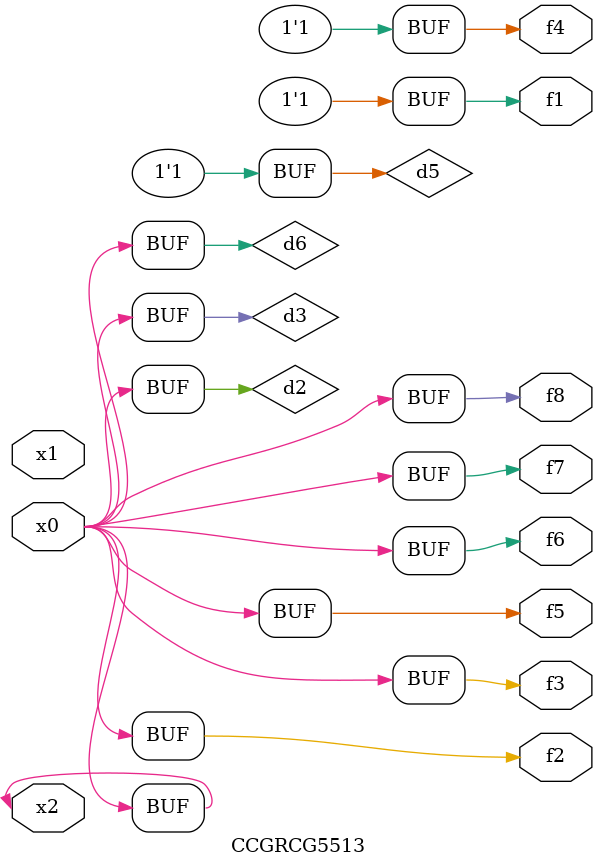
<source format=v>
module CCGRCG5513(
	input x0, x1, x2,
	output f1, f2, f3, f4, f5, f6, f7, f8
);

	wire d1, d2, d3, d4, d5, d6;

	xnor (d1, x2);
	buf (d2, x0, x2);
	and (d3, x0);
	xnor (d4, x1, x2);
	nand (d5, d1, d3);
	buf (d6, d2, d3);
	assign f1 = d5;
	assign f2 = d6;
	assign f3 = d6;
	assign f4 = d5;
	assign f5 = d6;
	assign f6 = d6;
	assign f7 = d6;
	assign f8 = d6;
endmodule

</source>
